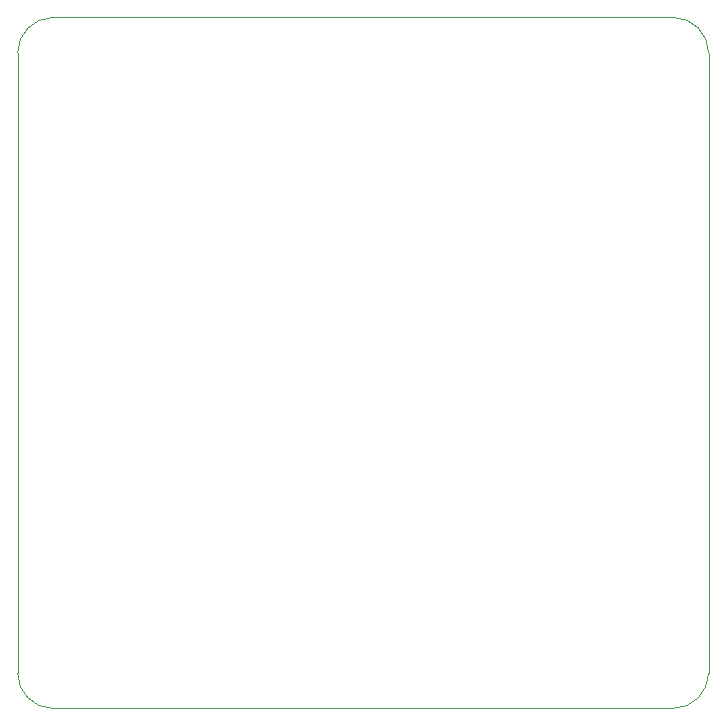
<source format=gbr>
%TF.GenerationSoftware,KiCad,Pcbnew,7.0.6*%
%TF.CreationDate,2024-03-18T22:30:39-04:00*%
%TF.ProjectId,Transmitter,5472616e-736d-4697-9474-65722e6b6963,rev?*%
%TF.SameCoordinates,Original*%
%TF.FileFunction,Profile,NP*%
%FSLAX46Y46*%
G04 Gerber Fmt 4.6, Leading zero omitted, Abs format (unit mm)*
G04 Created by KiCad (PCBNEW 7.0.6) date 2024-03-18 22:30:39*
%MOMM*%
%LPD*%
G01*
G04 APERTURE LIST*
%TA.AperFunction,Profile*%
%ADD10C,0.050000*%
%TD*%
G04 APERTURE END LIST*
D10*
X137500000Y-57000000D02*
G75*
G03*
X134500000Y-60000000I21320J-3021320D01*
G01*
X134500000Y-60000000D02*
X134500000Y-112500000D01*
X193000000Y-112500000D02*
X193000000Y-60000000D01*
X193000000Y-60000000D02*
G75*
G03*
X190000000Y-57000000I-3000000J0D01*
G01*
X137500000Y-115500000D02*
X190000000Y-115500000D01*
X190000000Y-57000000D02*
X137500000Y-57000000D01*
X134500000Y-112500000D02*
G75*
G03*
X137500000Y-115500000I3000000J0D01*
G01*
X190000000Y-115500000D02*
G75*
G03*
X193000000Y-112500000I0J3000000D01*
G01*
M02*

</source>
